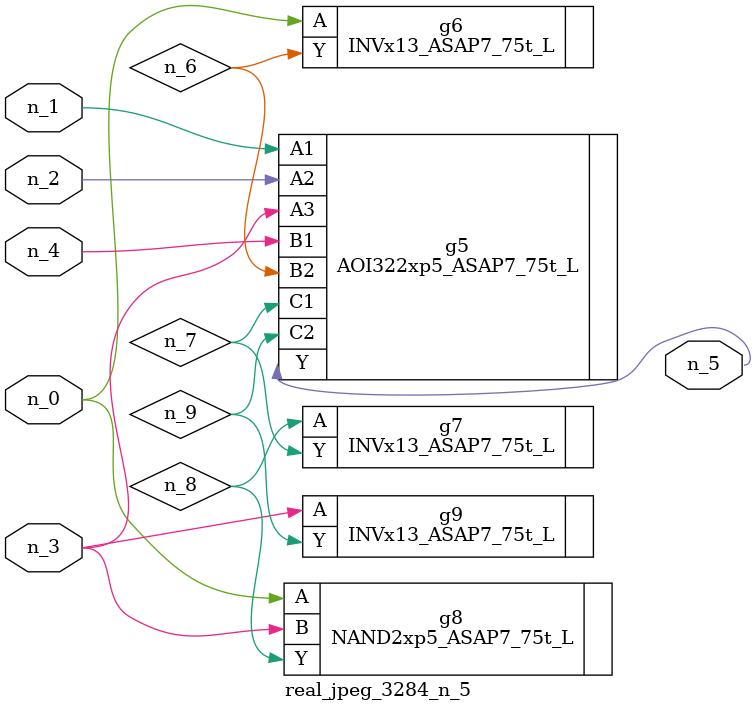
<source format=v>
module real_jpeg_3284_n_5 (n_4, n_0, n_1, n_2, n_3, n_5);

input n_4;
input n_0;
input n_1;
input n_2;
input n_3;

output n_5;

wire n_8;
wire n_6;
wire n_7;
wire n_9;

INVx13_ASAP7_75t_L g6 ( 
.A(n_0),
.Y(n_6)
);

NAND2xp5_ASAP7_75t_L g8 ( 
.A(n_0),
.B(n_3),
.Y(n_8)
);

AOI322xp5_ASAP7_75t_L g5 ( 
.A1(n_1),
.A2(n_2),
.A3(n_3),
.B1(n_4),
.B2(n_6),
.C1(n_7),
.C2(n_9),
.Y(n_5)
);

INVx13_ASAP7_75t_L g9 ( 
.A(n_3),
.Y(n_9)
);

INVx13_ASAP7_75t_L g7 ( 
.A(n_8),
.Y(n_7)
);


endmodule
</source>
